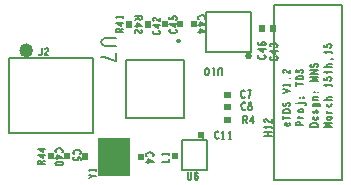
<source format=gto>
G04 ================== begin FILE IDENTIFICATION RECORD ==================*
G04 Layout Name:  ETDS_PCB_AN_V1_2.brd*
G04 Film Name:    SILKSCREEN_TOP*
G04 File Format:  Gerber RS274X*
G04 File Origin:  Cadence Allegro 16.6-S034*
G04 Origin Date:  Mon Mar 16 22:09:46 2015*
G04 *
G04 Layer:  REF DES/SILKSCREEN_TOP*
G04 Layer:  PACKAGE GEOMETRY/SILKSCREEN_TOP*
G04 Layer:  BOARD GEOMETRY/SILKSCREEN_TOP*
G04 *
G04 Offset:    (0.00 0.00)*
G04 Mirror:    No*
G04 Mode:      Positive*
G04 Rotation:  0*
G04 FullContactRelief:  No*
G04 UndefLineWidth:     5.00*
G04 ================== end FILE IDENTIFICATION RECORD ====================*
%FSLAX25Y25*MOIN*%
%IR0*IPPOS*OFA0.00000B0.00000*MIA0B0*SFA1.00000B1.00000*%
%ADD10C,.005*%
G75*
%LPD*%
G75*
G36*
G01X764500Y1661500D02*
X766500D01*
Y1663700D01*
X764500D01*
Y1661500D01*
G37*
G36*
G01X771700Y1663700D02*
X769700D01*
Y1661500D01*
X771700D01*
Y1663700D01*
G37*
G36*
G01X759441Y1697800D02*
G03I-2341J0D01*
G37*
G36*
G01X777700Y1663600D02*
X775700D01*
Y1661400D01*
X777700D01*
Y1663600D01*
G37*
G36*
G01X781100Y1656000D02*
X791800D01*
Y1668600D01*
X781100D01*
Y1656000D01*
G37*
G36*
G01X796300Y1663300D02*
X794300D01*
Y1661100D01*
X796300D01*
Y1663300D01*
G37*
G36*
G01X798600Y1707600D02*
X796600D01*
Y1705400D01*
X798600D01*
Y1707600D01*
G37*
G36*
G01X790400Y1705400D02*
X792400D01*
Y1707600D01*
X790400D01*
Y1705400D01*
G37*
G36*
G01X805600Y1661500D02*
X807600D01*
Y1663700D01*
X805600D01*
Y1661500D01*
G37*
G36*
G01X816497Y1668350D02*
G03I-447J0D01*
G37*
G36*
G01X814250Y1670550D02*
Y1668550D01*
X816450D01*
Y1670550D01*
X814250D01*
G37*
G36*
G01X802400Y1705500D02*
X804400D01*
Y1707700D01*
X802400D01*
Y1705500D01*
G37*
G36*
G01X813900Y1707700D02*
X811900D01*
Y1705500D01*
X813900D01*
Y1707700D01*
G37*
G36*
G01X807400Y1705500D02*
X809400D01*
Y1707700D01*
X807400D01*
Y1705500D01*
G37*
G36*
G01X808706Y1700900D02*
G03I-806J0D01*
G37*
G36*
G01X823000Y1675700D02*
Y1673700D01*
X825200D01*
Y1675700D01*
X823000D01*
G37*
G36*
G01Y1680000D02*
Y1678000D01*
X825200D01*
Y1680000D01*
X823000D01*
G37*
G36*
G01Y1684000D02*
Y1682000D01*
X825200D01*
Y1684000D01*
X823000D01*
G37*
G36*
G01X832306Y1695926D02*
G03I-1113J0D01*
G37*
G36*
G01X838400Y1703900D02*
X840400D01*
Y1706100D01*
X838400D01*
Y1703900D01*
G37*
G36*
G01X834600D02*
X836600D01*
Y1706100D01*
X834600D01*
Y1703900D01*
G37*
G54D10*
G01X779300Y1670300D02*
Y1695200D01*
Y1695300D01*
X779200D01*
X751400D01*
Y1670300D01*
X779300D01*
G01X763400Y1659767D02*
X760900D01*
Y1660433D01*
X761025Y1660647D01*
X761192Y1660780D01*
X761525Y1660833D01*
X761858Y1660780D01*
X762067Y1660620D01*
X762192Y1660433D01*
Y1659767D01*
G01Y1660433D02*
X763400Y1660833D01*
G01Y1662820D02*
X760900D01*
X762692Y1661833D01*
Y1663167D01*
G01X763400Y1665020D02*
X760900D01*
X762692Y1664033D01*
Y1665367D01*
G01X769092Y1663913D02*
X769217Y1664073D01*
X769300Y1664260D01*
Y1664473D01*
X769175Y1664713D01*
X768967Y1664900D01*
X768717Y1665033D01*
X768300Y1665140D01*
X767925Y1665167D01*
X767550Y1665113D01*
X767300Y1665033D01*
X767050Y1664873D01*
X766883Y1664687D01*
X766800Y1664500D01*
Y1664313D01*
X766883Y1664127D01*
X767008Y1663967D01*
X767175Y1663833D01*
G01X766800Y1661980D02*
X769300D01*
X767508Y1662967D01*
Y1661633D01*
G01X769300Y1660100D02*
X769217Y1660313D01*
X769008Y1660473D01*
X768758Y1660580D01*
X768425Y1660660D01*
X768050Y1660687D01*
X767675Y1660660D01*
X767342Y1660580D01*
X767092Y1660473D01*
X766883Y1660313D01*
X766800Y1660100D01*
X766883Y1659887D01*
X767092Y1659727D01*
X767342Y1659620D01*
X767675Y1659540D01*
X768050Y1659513D01*
X768425Y1659540D01*
X768758Y1659620D01*
X769008Y1659727D01*
X769217Y1659887D01*
X769300Y1660100D01*
G01X761217Y1696700D02*
X761350Y1696450D01*
X761510Y1696283D01*
X761697Y1696200D01*
X761910Y1696283D01*
X762070Y1696450D01*
X762230Y1696700D01*
X762283Y1697033D01*
Y1698700D01*
G01X763443Y1698283D02*
X763603Y1698533D01*
X763790Y1698658D01*
X764003Y1698700D01*
X764270Y1698617D01*
X764457Y1698408D01*
X764510Y1698158D01*
X764483Y1697908D01*
X764377Y1697700D01*
X763843Y1697283D01*
X763603Y1696992D01*
X763443Y1696575D01*
X763390Y1696200D01*
X764510D01*
G01X775092Y1663313D02*
X775217Y1663473D01*
X775300Y1663660D01*
Y1663873D01*
X775175Y1664113D01*
X774967Y1664300D01*
X774717Y1664433D01*
X774300Y1664540D01*
X773925Y1664567D01*
X773550Y1664513D01*
X773300Y1664433D01*
X773050Y1664273D01*
X772883Y1664087D01*
X772800Y1663900D01*
Y1663713D01*
X772883Y1663527D01*
X773008Y1663367D01*
X773175Y1663233D01*
G01Y1662287D02*
X772967Y1662127D01*
X772842Y1661940D01*
X772800Y1661700D01*
X772883Y1661460D01*
X773050Y1661273D01*
X773342Y1661140D01*
X773675Y1661113D01*
X774008Y1661167D01*
X774217Y1661300D01*
X774383Y1661487D01*
X774425Y1661673D01*
X774383Y1661860D01*
X774217Y1662100D01*
X775300Y1662020D01*
Y1661300D01*
G01X780400Y1655800D02*
X779275D01*
X777900Y1655267D01*
G01Y1656333D02*
X779275Y1655800D01*
G01X780400Y1658000D02*
X777900D01*
X778400Y1657680D01*
G01X780400D02*
Y1658320D01*
G01X787100Y1701993D02*
X783517D01*
X782767Y1701740D01*
X782267Y1701233D01*
X782100Y1700600D01*
X782267Y1699967D01*
X782767Y1699460D01*
X783517Y1699207D01*
X787100D01*
G01X782100Y1695627D02*
X783183Y1695500D01*
X784100Y1695310D01*
X784933Y1695057D01*
X785850Y1694740D01*
X787100Y1694233D01*
Y1696767D01*
G01X799392Y1662513D02*
X799517Y1662673D01*
X799600Y1662860D01*
Y1663073D01*
X799475Y1663313D01*
X799267Y1663500D01*
X799017Y1663633D01*
X798600Y1663740D01*
X798225Y1663767D01*
X797850Y1663713D01*
X797600Y1663633D01*
X797350Y1663473D01*
X797183Y1663287D01*
X797100Y1663100D01*
Y1662913D01*
X797183Y1662727D01*
X797308Y1662567D01*
X797475Y1662433D01*
G01X797100Y1660580D02*
X799600D01*
X797808Y1661567D01*
Y1660233D01*
G01X790350Y1694650D02*
Y1675350D01*
X809650D01*
Y1694650D01*
X790350D01*
G01X793300Y1709133D02*
X795800D01*
Y1708467D01*
X795675Y1708253D01*
X795508Y1708120D01*
X795175Y1708067D01*
X794842Y1708120D01*
X794633Y1708280D01*
X794508Y1708467D01*
Y1709133D01*
G01Y1708467D02*
X793300Y1708067D01*
G01Y1706080D02*
X795800D01*
X794008Y1707067D01*
Y1705733D01*
G01X795383Y1704707D02*
X795633Y1704547D01*
X795758Y1704360D01*
X795800Y1704147D01*
X795717Y1703880D01*
X795508Y1703693D01*
X795258Y1703640D01*
X795008Y1703667D01*
X794800Y1703773D01*
X794383Y1704307D01*
X794092Y1704547D01*
X793675Y1704707D01*
X793300Y1704760D01*
Y1703640D01*
G01X789500Y1703967D02*
X787000D01*
Y1704633D01*
X787125Y1704847D01*
X787292Y1704980D01*
X787625Y1705033D01*
X787958Y1704980D01*
X788167Y1704820D01*
X788292Y1704633D01*
Y1703967D01*
G01Y1704633D02*
X789500Y1705033D01*
G01Y1707020D02*
X787000D01*
X788792Y1706033D01*
Y1707367D01*
G01X789500Y1708900D02*
X787000D01*
X787500Y1708580D01*
G01X789500D02*
Y1709220D01*
G01X799408Y1704387D02*
X799283Y1704227D01*
X799200Y1704040D01*
Y1703827D01*
X799325Y1703587D01*
X799533Y1703400D01*
X799783Y1703267D01*
X800200Y1703160D01*
X800575Y1703133D01*
X800950Y1703187D01*
X801200Y1703267D01*
X801450Y1703427D01*
X801617Y1703613D01*
X801700Y1703800D01*
Y1703987D01*
X801617Y1704173D01*
X801492Y1704333D01*
X801325Y1704467D01*
G01X801700Y1706320D02*
X799200D01*
X800992Y1705333D01*
Y1706667D01*
G01X799617Y1707693D02*
X799367Y1707853D01*
X799242Y1708040D01*
X799200Y1708253D01*
X799283Y1708520D01*
X799492Y1708707D01*
X799742Y1708760D01*
X799992Y1708733D01*
X800200Y1708627D01*
X800617Y1708093D01*
X800908Y1707853D01*
X801325Y1707693D01*
X801700Y1707640D01*
Y1708760D01*
G01X810963Y1657150D02*
Y1655358D01*
X811070Y1654983D01*
X811283Y1654733D01*
X811550Y1654650D01*
X811817Y1654733D01*
X812030Y1654983D01*
X812137Y1655358D01*
Y1657150D01*
G01X813243Y1655692D02*
X813430Y1655983D01*
X813590Y1656150D01*
X813803Y1656233D01*
X813990Y1656150D01*
X814123Y1655983D01*
X814230Y1655733D01*
X814257Y1655442D01*
X814230Y1655192D01*
X814123Y1654942D01*
X813963Y1654733D01*
X813777Y1654650D01*
X813563Y1654733D01*
X813377Y1654983D01*
X813270Y1655358D01*
X813243Y1655775D01*
X813297Y1656317D01*
X813377Y1656608D01*
X813510Y1656900D01*
X813697Y1657108D01*
X813883Y1657150D01*
X814070Y1657067D01*
X814203Y1656858D01*
G01X808950Y1667850D02*
Y1658050D01*
X817350D01*
Y1667850D01*
X808950D01*
G01X802300Y1660467D02*
X804800D01*
Y1661533D01*
G01Y1663200D02*
X802300D01*
X802800Y1662880D01*
G01X804800D02*
Y1663520D01*
G01X822318Y1689489D02*
Y1691281D01*
X822211Y1691656D01*
X821998Y1691906D01*
X821731Y1691989D01*
X821464Y1691906D01*
X821251Y1691656D01*
X821144Y1691281D01*
Y1689489D01*
G01X819531Y1691989D02*
Y1689489D01*
X819851Y1689989D01*
G01Y1691989D02*
X819211D01*
G01X817331Y1689489D02*
X817544Y1689572D01*
X817704Y1689781D01*
X817811Y1690031D01*
X817891Y1690364D01*
X817918Y1690739D01*
X817891Y1691114D01*
X817811Y1691447D01*
X817704Y1691697D01*
X817544Y1691906D01*
X817331Y1691989D01*
X817118Y1691906D01*
X816958Y1691697D01*
X816851Y1691447D01*
X816771Y1691114D01*
X816744Y1690739D01*
X816771Y1690364D01*
X816851Y1690031D01*
X816958Y1689781D01*
X817118Y1689572D01*
X817331Y1689489D01*
G01X831980Y1697107D02*
Y1710493D01*
X817020D01*
Y1697107D01*
X831980D01*
G01X816692Y1708213D02*
X816817Y1708373D01*
X816900Y1708560D01*
Y1708773D01*
X816775Y1709013D01*
X816567Y1709200D01*
X816317Y1709333D01*
X815900Y1709440D01*
X815525Y1709467D01*
X815150Y1709413D01*
X814900Y1709333D01*
X814650Y1709173D01*
X814483Y1708987D01*
X814400Y1708800D01*
Y1708613D01*
X814483Y1708427D01*
X814608Y1708267D01*
X814775Y1708133D01*
G01X814400Y1706280D02*
X816900D01*
X815108Y1707267D01*
Y1705933D01*
G01X814400Y1704080D02*
X816900D01*
X815108Y1705067D01*
Y1703733D01*
G01X805008Y1704787D02*
X804883Y1704627D01*
X804800Y1704440D01*
Y1704227D01*
X804925Y1703987D01*
X805133Y1703800D01*
X805383Y1703667D01*
X805800Y1703560D01*
X806175Y1703533D01*
X806550Y1703587D01*
X806800Y1703667D01*
X807050Y1703827D01*
X807217Y1704013D01*
X807300Y1704200D01*
Y1704387D01*
X807217Y1704573D01*
X807092Y1704733D01*
X806925Y1704867D01*
G01X807300Y1706720D02*
X804800D01*
X806592Y1705733D01*
Y1707067D01*
G01X806925Y1708013D02*
X807133Y1708173D01*
X807258Y1708360D01*
X807300Y1708600D01*
X807217Y1708840D01*
X807050Y1709027D01*
X806758Y1709160D01*
X806425Y1709187D01*
X806092Y1709133D01*
X805883Y1709000D01*
X805717Y1708813D01*
X805675Y1708627D01*
X805717Y1708440D01*
X805883Y1708200D01*
X804800Y1708280D01*
Y1709000D01*
G01X829517Y1673450D02*
Y1675950D01*
X830183D01*
X830397Y1675825D01*
X830530Y1675658D01*
X830583Y1675325D01*
X830530Y1674992D01*
X830370Y1674783D01*
X830183Y1674658D01*
X829517D01*
G01X830183D02*
X830583Y1673450D01*
G01X832570D02*
Y1675950D01*
X831583Y1674158D01*
X832917D01*
G01X821187Y1670642D02*
X821027Y1670767D01*
X820840Y1670850D01*
X820627D01*
X820387Y1670725D01*
X820200Y1670517D01*
X820067Y1670267D01*
X819960Y1669850D01*
X819933Y1669475D01*
X819987Y1669100D01*
X820067Y1668850D01*
X820227Y1668600D01*
X820413Y1668433D01*
X820600Y1668350D01*
X820787D01*
X820973Y1668433D01*
X821133Y1668558D01*
X821267Y1668725D01*
G01X822800Y1668350D02*
Y1670850D01*
X822480Y1670350D01*
G01Y1668350D02*
X823120D01*
G01X825000D02*
Y1670850D01*
X824680Y1670350D01*
G01Y1668350D02*
X825320D01*
G01X829887Y1684292D02*
X829727Y1684417D01*
X829540Y1684500D01*
X829327D01*
X829087Y1684375D01*
X828900Y1684167D01*
X828767Y1683917D01*
X828660Y1683500D01*
X828633Y1683125D01*
X828687Y1682750D01*
X828767Y1682500D01*
X828927Y1682250D01*
X829113Y1682083D01*
X829300Y1682000D01*
X829487D01*
X829673Y1682083D01*
X829833Y1682208D01*
X829967Y1682375D01*
G01X831447Y1682000D02*
X831500Y1682542D01*
X831580Y1683000D01*
X831687Y1683417D01*
X831820Y1683875D01*
X832033Y1684500D01*
X830967D01*
G01X830087Y1680292D02*
X829927Y1680417D01*
X829740Y1680500D01*
X829527D01*
X829287Y1680375D01*
X829100Y1680167D01*
X828967Y1679917D01*
X828860Y1679500D01*
X828833Y1679125D01*
X828887Y1678750D01*
X828967Y1678500D01*
X829127Y1678250D01*
X829313Y1678083D01*
X829500Y1678000D01*
X829687D01*
X829873Y1678083D01*
X830033Y1678208D01*
X830167Y1678375D01*
G01X831700Y1678000D02*
X831887Y1678042D01*
X832100Y1678167D01*
X832233Y1678375D01*
X832287Y1678667D01*
X832233Y1678958D01*
X832073Y1679208D01*
X831833Y1679333D01*
X831567D01*
X831407Y1679417D01*
X831273Y1679625D01*
X831220Y1679917D01*
X831300Y1680208D01*
X831487Y1680417D01*
X831700Y1680500D01*
X831913Y1680417D01*
X832100Y1680208D01*
X832180Y1679917D01*
X832127Y1679625D01*
X831993Y1679417D01*
X831833Y1679333D01*
X831567D01*
X831327Y1679208D01*
X831167Y1678958D01*
X831113Y1678667D01*
X831167Y1678375D01*
X831300Y1678167D01*
X831513Y1678042D01*
X831700Y1678000D01*
G01X862300Y1654700D02*
X839600D01*
Y1712800D01*
X862300D01*
Y1654700D01*
G01X843975Y1672800D02*
Y1673653D01*
X843683Y1673573D01*
X843517Y1673440D01*
X843433Y1673253D01*
X843475Y1673067D01*
X843600Y1672907D01*
X843892Y1672800D01*
X844142Y1672747D01*
X844392D01*
X844642Y1672800D01*
X844892Y1672933D01*
X845058Y1673093D01*
X845100Y1673280D01*
X845017Y1673467D01*
X844767Y1673653D01*
G01X842600Y1675400D02*
X845100D01*
G01X842600Y1674787D02*
Y1676013D01*
G01X845100Y1677013D02*
X842600D01*
Y1677547D01*
X842725Y1677760D01*
X842892Y1677920D01*
X843142Y1678053D01*
X843433Y1678160D01*
X843850Y1678187D01*
X844267Y1678160D01*
X844558Y1678053D01*
X844808Y1677920D01*
X844975Y1677760D01*
X845100Y1677547D01*
Y1677013D01*
G01X844767Y1679240D02*
X844975Y1679453D01*
X845100Y1679693D01*
Y1679907D01*
X844975Y1680120D01*
X844767Y1680280D01*
X844475Y1680360D01*
X844183Y1680307D01*
X843933Y1680173D01*
X843767Y1679933D01*
X843683Y1679613D01*
X843517Y1679427D01*
X843225Y1679347D01*
X842933Y1679400D01*
X842725Y1679533D01*
X842600Y1679720D01*
Y1679907D01*
X842683Y1680093D01*
X842892Y1680253D01*
G01X842600Y1683533D02*
X845100Y1684200D01*
X842600Y1684867D01*
G01X845100Y1686400D02*
X842600D01*
X843100Y1686080D01*
G01X845100D02*
Y1686720D01*
G01X845183Y1688600D02*
X845142Y1688547D01*
X845058D01*
X845017Y1688600D01*
X845058Y1688653D01*
X845142D01*
X845183Y1688600D01*
G01X843017Y1690293D02*
X842767Y1690453D01*
X842642Y1690640D01*
X842600Y1690853D01*
X842683Y1691120D01*
X842892Y1691307D01*
X843142Y1691360D01*
X843392Y1691333D01*
X843600Y1691227D01*
X844017Y1690693D01*
X844308Y1690453D01*
X844725Y1690293D01*
X845100Y1690240D01*
Y1691360D01*
G01X849500Y1672767D02*
X847000D01*
Y1673407D01*
X847125Y1673620D01*
X847417Y1673780D01*
X847750Y1673833D01*
X848083Y1673780D01*
X848333Y1673647D01*
X848458Y1673407D01*
Y1672767D01*
G01X849500Y1675127D02*
X847833D01*
G01X848167D02*
X848000Y1675260D01*
X847875Y1675393D01*
X847833Y1675580D01*
X847875Y1675713D01*
X848000Y1675873D01*
G01X849500Y1677700D02*
X849458Y1677540D01*
X849292Y1677380D01*
X849000Y1677273D01*
X848667Y1677220D01*
X848333Y1677273D01*
X848042Y1677380D01*
X847875Y1677540D01*
X847833Y1677700D01*
X847875Y1677860D01*
X848042Y1678020D01*
X848333Y1678127D01*
X848667Y1678153D01*
X849000Y1678127D01*
X849292Y1678020D01*
X849458Y1677860D01*
X849500Y1677700D01*
G01X850125Y1679473D02*
X850292Y1679660D01*
X850333Y1679820D01*
X850250Y1680033D01*
X850042Y1680193D01*
X849667Y1680273D01*
X847833D01*
G01X847167D02*
X847125Y1680220D01*
X847042D01*
X847000Y1680273D01*
X847042Y1680327D01*
X847125D01*
X847167Y1680273D01*
G01X849583Y1682100D02*
X849542Y1682047D01*
X849458D01*
X849417Y1682100D01*
X849458Y1682153D01*
X849542D01*
X849583Y1682100D01*
G01X848458D02*
X848417Y1682047D01*
X848333D01*
X848292Y1682100D01*
X848333Y1682153D01*
X848417D01*
X848458Y1682100D01*
G01X847000Y1686500D02*
X849500D01*
G01X847000Y1685887D02*
Y1687113D01*
G01X849500Y1688113D02*
X847000D01*
Y1688647D01*
X847125Y1688860D01*
X847292Y1689020D01*
X847542Y1689153D01*
X847833Y1689260D01*
X848250Y1689287D01*
X848667Y1689260D01*
X848958Y1689153D01*
X849208Y1689020D01*
X849375Y1688860D01*
X849500Y1688647D01*
Y1688113D01*
G01X849167Y1690340D02*
X849375Y1690553D01*
X849500Y1690793D01*
Y1691007D01*
X849375Y1691220D01*
X849167Y1691380D01*
X848875Y1691460D01*
X848583Y1691407D01*
X848333Y1691273D01*
X848167Y1691033D01*
X848083Y1690713D01*
X847917Y1690527D01*
X847625Y1690447D01*
X847333Y1690500D01*
X847125Y1690633D01*
X847000Y1690820D01*
Y1691007D01*
X847083Y1691193D01*
X847292Y1691353D01*
G01X838900Y1669340D02*
X836400D01*
G01Y1670460D02*
X838900D01*
G01X837650D02*
Y1669340D01*
G01X838900Y1672100D02*
X836400D01*
X836900Y1671780D01*
G01X838900D02*
Y1672420D01*
G01X836817Y1673793D02*
X836567Y1673953D01*
X836442Y1674140D01*
X836400Y1674353D01*
X836483Y1674620D01*
X836692Y1674807D01*
X836942Y1674860D01*
X837192Y1674833D01*
X837400Y1674727D01*
X837817Y1674193D01*
X838108Y1673953D01*
X838525Y1673793D01*
X838900Y1673740D01*
Y1674860D01*
G01X838608Y1695687D02*
X838483Y1695527D01*
X838400Y1695340D01*
Y1695127D01*
X838525Y1694887D01*
X838733Y1694700D01*
X838983Y1694567D01*
X839400Y1694460D01*
X839775Y1694433D01*
X840150Y1694487D01*
X840400Y1694567D01*
X840650Y1694727D01*
X840817Y1694913D01*
X840900Y1695100D01*
Y1695287D01*
X840817Y1695473D01*
X840692Y1695633D01*
X840525Y1695767D01*
G01X840900Y1697620D02*
X838400D01*
X840192Y1696633D01*
Y1697967D01*
G01X840400Y1698913D02*
X840692Y1699073D01*
X840858Y1699287D01*
X840900Y1699527D01*
X840858Y1699740D01*
X840650Y1699953D01*
X840400Y1700087D01*
X840150Y1700113D01*
X839858Y1700060D01*
X839650Y1699873D01*
X839567Y1699687D01*
Y1699447D01*
G01Y1699687D02*
X839442Y1699847D01*
X839233Y1699980D01*
X838983Y1700033D01*
X838733Y1699980D01*
X838525Y1699847D01*
X838400Y1699607D01*
X838442Y1699367D01*
X838608Y1699127D01*
G01X834608Y1696187D02*
X834483Y1696027D01*
X834400Y1695840D01*
Y1695627D01*
X834525Y1695387D01*
X834733Y1695200D01*
X834983Y1695067D01*
X835400Y1694960D01*
X835775Y1694933D01*
X836150Y1694987D01*
X836400Y1695067D01*
X836650Y1695227D01*
X836817Y1695413D01*
X836900Y1695600D01*
Y1695787D01*
X836817Y1695973D01*
X836692Y1696133D01*
X836525Y1696267D01*
G01X836900Y1698120D02*
X834400D01*
X836192Y1697133D01*
Y1698467D01*
G01X835858Y1699493D02*
X835567Y1699680D01*
X835400Y1699840D01*
X835317Y1700053D01*
X835400Y1700240D01*
X835567Y1700373D01*
X835817Y1700480D01*
X836108Y1700507D01*
X836358Y1700480D01*
X836608Y1700373D01*
X836817Y1700213D01*
X836900Y1700027D01*
X836817Y1699813D01*
X836567Y1699627D01*
X836192Y1699520D01*
X835775Y1699493D01*
X835233Y1699547D01*
X834942Y1699627D01*
X834650Y1699760D01*
X834442Y1699947D01*
X834400Y1700133D01*
X834483Y1700320D01*
X834692Y1700453D01*
G01X854300Y1672413D02*
X851800D01*
Y1672947D01*
X851925Y1673160D01*
X852092Y1673320D01*
X852342Y1673453D01*
X852633Y1673560D01*
X853050Y1673587D01*
X853467Y1673560D01*
X853758Y1673453D01*
X854008Y1673320D01*
X854175Y1673160D01*
X854300Y1672947D01*
Y1672413D01*
G01X853175Y1674800D02*
Y1675653D01*
X852883Y1675573D01*
X852717Y1675440D01*
X852633Y1675253D01*
X852675Y1675067D01*
X852800Y1674907D01*
X853092Y1674800D01*
X853342Y1674747D01*
X853592D01*
X853842Y1674800D01*
X854092Y1674933D01*
X854258Y1675093D01*
X854300Y1675280D01*
X854217Y1675467D01*
X853967Y1675653D01*
G01X854008Y1677000D02*
X854175Y1677133D01*
X854300Y1677320D01*
Y1677480D01*
X854217Y1677640D01*
X854092Y1677747D01*
X853925Y1677800D01*
X853675Y1677773D01*
X853550Y1677667D01*
X853300Y1677187D01*
X853008Y1677080D01*
X852800Y1677133D01*
X852675Y1677240D01*
X852633Y1677400D01*
X852675Y1677560D01*
X852800Y1677720D01*
G01X854925Y1679227D02*
X855092Y1679413D01*
X855133Y1679627D01*
X855092Y1679813D01*
X854883Y1679973D01*
X854592Y1680080D01*
X852633D01*
G01X852967D02*
X852800Y1679973D01*
X852675Y1679813D01*
X852633Y1679627D01*
X852717Y1679413D01*
X852883Y1679280D01*
X853175Y1679173D01*
X853467Y1679120D01*
X853717Y1679147D01*
X854008Y1679253D01*
X854217Y1679413D01*
X854300Y1679627D01*
X854258Y1679787D01*
X854092Y1679973D01*
X853925Y1680080D01*
G01X854300Y1681347D02*
X852633D01*
G01X853050D02*
X852842Y1681453D01*
X852675Y1681613D01*
X852633Y1681827D01*
X852675Y1682013D01*
X852842Y1682173D01*
X853133Y1682253D01*
X854300D01*
G01X854383Y1684000D02*
X854342Y1683947D01*
X854258D01*
X854217Y1684000D01*
X854258Y1684053D01*
X854342D01*
X854383Y1684000D01*
G01X853258D02*
X853217Y1683947D01*
X853133D01*
X853092Y1684000D01*
X853133Y1684053D01*
X853217D01*
X853258Y1684000D01*
G01X854300Y1687707D02*
X851800D01*
X853883Y1688400D01*
X851800Y1689093D01*
X854300D01*
G01Y1689987D02*
X851800D01*
X854300Y1691213D01*
X851800D01*
G01X853967Y1692240D02*
X854175Y1692453D01*
X854300Y1692693D01*
Y1692907D01*
X854175Y1693120D01*
X853967Y1693280D01*
X853675Y1693360D01*
X853383Y1693307D01*
X853133Y1693173D01*
X852967Y1692933D01*
X852883Y1692613D01*
X852717Y1692427D01*
X852425Y1692347D01*
X852133Y1692400D01*
X851925Y1692533D01*
X851800Y1692720D01*
Y1692907D01*
X851883Y1693093D01*
X852092Y1693253D01*
G01X858900Y1672207D02*
X856400D01*
X858483Y1672900D01*
X856400Y1673593D01*
X858900D01*
G01Y1675580D02*
X857233D01*
G01X857525D02*
X857358Y1675473D01*
X857275Y1675313D01*
X857233Y1675127D01*
X857317Y1674940D01*
X857483Y1674780D01*
X857733Y1674673D01*
X858067Y1674620D01*
X858400Y1674673D01*
X858650Y1674780D01*
X858817Y1674940D01*
X858900Y1675127D01*
X858858Y1675313D01*
X858733Y1675473D01*
X858567Y1675580D01*
G01X858900Y1676927D02*
X857233D01*
G01X857567D02*
X857400Y1677060D01*
X857275Y1677193D01*
X857233Y1677380D01*
X857275Y1677513D01*
X857400Y1677673D01*
G01X857442Y1679927D02*
X857275Y1679740D01*
X857233Y1679580D01*
X857317Y1679367D01*
X857483Y1679207D01*
X857775Y1679100D01*
X858067Y1679073D01*
X858358Y1679100D01*
X858608Y1679207D01*
X858817Y1679367D01*
X858900Y1679580D01*
X858817Y1679767D01*
X858650Y1679927D01*
G01X858900Y1681247D02*
X856400D01*
G01X857608D02*
X857400Y1681380D01*
X857275Y1681513D01*
X857233Y1681727D01*
X857275Y1681887D01*
X857442Y1682073D01*
X857692Y1682153D01*
X858900D01*
G01Y1686100D02*
X856400D01*
X856900Y1685780D01*
G01X858900D02*
Y1686420D01*
G01X858525Y1687713D02*
X858733Y1687873D01*
X858858Y1688060D01*
X858900Y1688300D01*
X858817Y1688540D01*
X858650Y1688727D01*
X858358Y1688860D01*
X858025Y1688887D01*
X857692Y1688833D01*
X857483Y1688700D01*
X857317Y1688513D01*
X857275Y1688327D01*
X857317Y1688140D01*
X857483Y1687900D01*
X856400Y1687980D01*
Y1688700D01*
G01Y1690500D02*
X858900D01*
G01X857233Y1690127D02*
Y1690873D01*
G01X858900Y1692247D02*
X856400D01*
G01X857608D02*
X857400Y1692380D01*
X857275Y1692513D01*
X857233Y1692727D01*
X857275Y1692887D01*
X857442Y1693073D01*
X857692Y1693153D01*
X858900D01*
G01X859358Y1694847D02*
X858817Y1694953D01*
G01X858900Y1697100D02*
X856400D01*
X856900Y1696780D01*
G01X858900D02*
Y1697420D01*
G01X858525Y1698713D02*
X858733Y1698873D01*
X858858Y1699060D01*
X858900Y1699300D01*
X858817Y1699540D01*
X858650Y1699727D01*
X858358Y1699860D01*
X858025Y1699887D01*
X857692Y1699833D01*
X857483Y1699700D01*
X857317Y1699513D01*
X857275Y1699327D01*
X857317Y1699140D01*
X857483Y1698900D01*
X856400Y1698980D01*
Y1699700D01*
M02*

</source>
